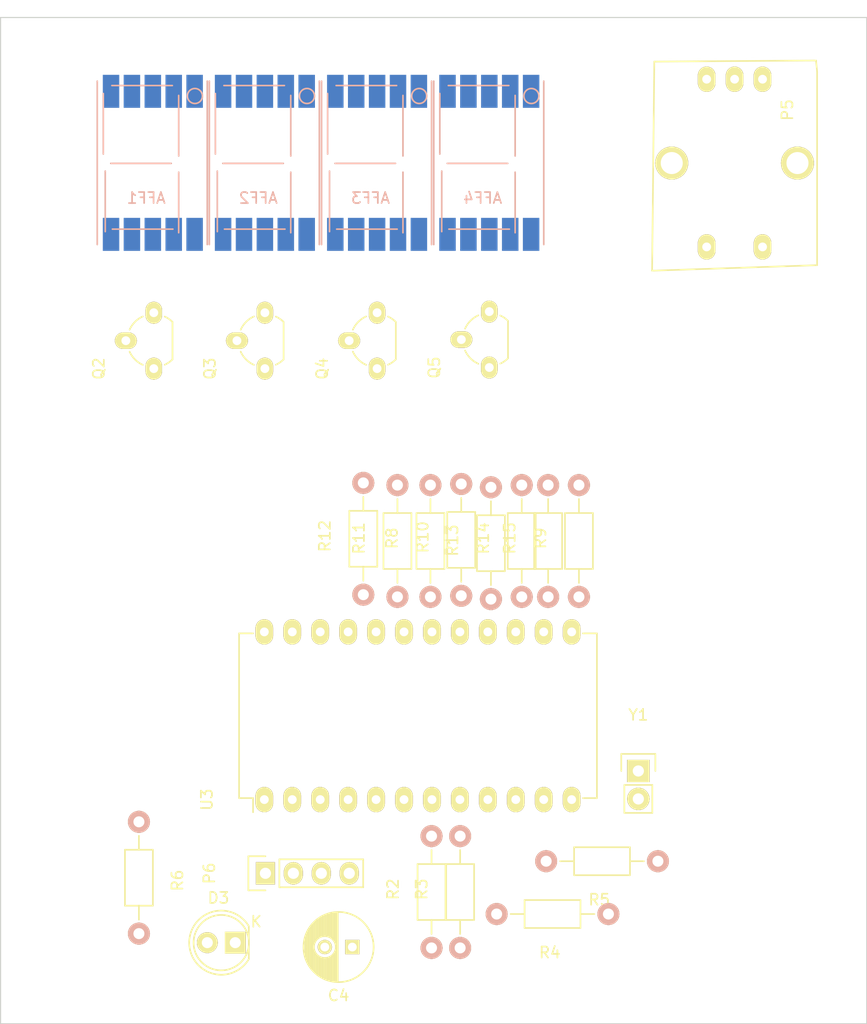
<source format=kicad_pcb>
(kicad_pcb (version 4) (host pcbnew 4.0.2-1.fc23-product)

  (general
    (links 79)
    (no_connects 79)
    (area 107.95151 39.543 176.106001 120.971571)
    (thickness 1.6)
    (drawings 4)
    (tracks 0)
    (zones 0)
    (modules 27)
    (nets 39)
  )

  (page A4)
  (layers
    (0 F.Cu signal)
    (31 B.Cu signal)
    (32 B.Adhes user)
    (33 F.Adhes user)
    (34 B.Paste user)
    (35 F.Paste user)
    (36 B.SilkS user)
    (37 F.SilkS user)
    (38 B.Mask user)
    (39 F.Mask user)
    (40 Dwgs.User user)
    (41 Cmts.User user)
    (42 Eco1.User user)
    (43 Eco2.User user)
    (44 Edge.Cuts user)
    (45 Margin user)
    (46 B.CrtYd user)
    (47 F.CrtYd user)
    (48 B.Fab user)
    (49 F.Fab user)
  )

  (setup
    (last_trace_width 0.25)
    (trace_clearance 0.2)
    (zone_clearance 0.508)
    (zone_45_only no)
    (trace_min 0.2)
    (segment_width 0.2)
    (edge_width 0.1)
    (via_size 0.6)
    (via_drill 0.4)
    (via_min_size 0.4)
    (via_min_drill 0.3)
    (uvia_size 0.3)
    (uvia_drill 0.1)
    (uvias_allowed no)
    (uvia_min_size 0.2)
    (uvia_min_drill 0.1)
    (pcb_text_width 0.3)
    (pcb_text_size 1.5 1.5)
    (mod_edge_width 0.15)
    (mod_text_size 1 1)
    (mod_text_width 0.15)
    (pad_size 1.5 1.5)
    (pad_drill 0.6)
    (pad_to_mask_clearance 0)
    (aux_axis_origin 0 0)
    (visible_elements FFFFFF7F)
    (pcbplotparams
      (layerselection 0x00030_80000001)
      (usegerberextensions false)
      (excludeedgelayer true)
      (linewidth 0.100000)
      (plotframeref false)
      (viasonmask false)
      (mode 1)
      (useauxorigin false)
      (hpglpennumber 1)
      (hpglpenspeed 20)
      (hpglpendiameter 15)
      (hpglpenoverlay 2)
      (psnegative false)
      (psa4output false)
      (plotreference true)
      (plotvalue true)
      (plotinvisibletext false)
      (padsonsilk false)
      (subtractmaskfromsilk false)
      (outputformat 1)
      (mirror false)
      (drillshape 1)
      (scaleselection 1)
      (outputdirectory ""))
  )

  (net 0 "")
  (net 1 "Net-(AFF1-Pad3)")
  (net 2 "Net-(AFF1-Pad2)")
  (net 3 "Net-(AFF1-Pad1)")
  (net 4 "Net-(AFF1-Pad4)")
  (net 5 "Net-(AFF1-Pad5)")
  (net 6 "Net-(AFF1-Pad6)")
  (net 7 "Net-(AFF1-Pad7)")
  (net 8 "Net-(AFF1-Pad9)")
  (net 9 "Net-(AFF1-Pad10)")
  (net 10 "Net-(AFF2-Pad3)")
  (net 11 "Net-(AFF3-Pad3)")
  (net 12 "Net-(AFF4-Pad3)")
  (net 13 GND)
  (net 14 +5V)
  (net 15 "Net-(D3-Pad2)")
  (net 16 "Net-(P5-Pad1)")
  (net 17 "Net-(P5-Pad3)")
  (net 18 "Net-(P5-Pad4)")
  (net 19 "Net-(P6-Pad1)")
  (net 20 "Net-(P6-Pad2)")
  (net 21 "Net-(Q2-Pad2)")
  (net 22 VCC)
  (net 23 "Net-(Q3-Pad2)")
  (net 24 "Net-(Q4-Pad2)")
  (net 25 "Net-(Q5-Pad2)")
  (net 26 "Net-(R2-Pad2)")
  (net 27 "Net-(R3-Pad2)")
  (net 28 "Net-(R4-Pad2)")
  (net 29 "Net-(R5-Pad2)")
  (net 30 "Net-(R8-Pad1)")
  (net 31 "Net-(R9-Pad1)")
  (net 32 "Net-(R10-Pad1)")
  (net 33 "Net-(R11-Pad1)")
  (net 34 /SEG1)
  (net 35 /SEG2)
  (net 36 /SEG3)
  (net 37 /SEG4)
  (net 38 "Net-(U3-Pad12)")

  (net_class Default "This is the default net class."
    (clearance 0.2)
    (trace_width 0.25)
    (via_dia 0.6)
    (via_drill 0.4)
    (uvia_dia 0.3)
    (uvia_drill 0.1)
    (add_net +5V)
    (add_net /SEG1)
    (add_net /SEG2)
    (add_net /SEG3)
    (add_net /SEG4)
    (add_net GND)
    (add_net "Net-(AFF1-Pad1)")
    (add_net "Net-(AFF1-Pad10)")
    (add_net "Net-(AFF1-Pad2)")
    (add_net "Net-(AFF1-Pad3)")
    (add_net "Net-(AFF1-Pad4)")
    (add_net "Net-(AFF1-Pad5)")
    (add_net "Net-(AFF1-Pad6)")
    (add_net "Net-(AFF1-Pad7)")
    (add_net "Net-(AFF1-Pad9)")
    (add_net "Net-(AFF2-Pad3)")
    (add_net "Net-(AFF3-Pad3)")
    (add_net "Net-(AFF4-Pad3)")
    (add_net "Net-(D3-Pad2)")
    (add_net "Net-(P5-Pad1)")
    (add_net "Net-(P5-Pad3)")
    (add_net "Net-(P5-Pad4)")
    (add_net "Net-(P6-Pad1)")
    (add_net "Net-(P6-Pad2)")
    (add_net "Net-(Q2-Pad2)")
    (add_net "Net-(Q3-Pad2)")
    (add_net "Net-(Q4-Pad2)")
    (add_net "Net-(Q5-Pad2)")
    (add_net "Net-(R10-Pad1)")
    (add_net "Net-(R11-Pad1)")
    (add_net "Net-(R2-Pad2)")
    (add_net "Net-(R3-Pad2)")
    (add_net "Net-(R4-Pad2)")
    (add_net "Net-(R5-Pad2)")
    (add_net "Net-(R8-Pad1)")
    (add_net "Net-(R9-Pad1)")
    (add_net "Net-(U3-Pad12)")
    (add_net VCC)
  )

  (module 7SEG-533U:7SEGMENT-LED__HDSM531_HDSM533_SMD (layer B.Cu) (tedit 57EEDD2E) (tstamp 57EEEDFB)
    (at 117.983 48.768)
    (path /57F63C72)
    (attr smd)
    (fp_text reference AFF1 (at -0.6 3.2) (layer B.SilkS)
      (effects (font (size 1 1) (thickness 0.15)) (justify mirror))
    )
    (fp_text value 7SEGMENTS (at 0.025 -13.95) (layer B.Fab)
      (effects (font (size 1 1) (thickness 0.15)) (justify mirror))
    )
    (fp_circle (center 3.825 -6.075) (end 3.925 -6.75) (layer B.SilkS) (width 0.15))
    (fp_line (start 2.35 -6.125) (end 2.35 -0.625) (layer B.SilkS) (width 0.15))
    (fp_line (start -4.5 -6.3) (end -4.5 -0.8) (layer B.SilkS) (width 0.15))
    (fp_line (start -4.325 0.75) (end -4.325 6.25) (layer B.SilkS) (width 0.15))
    (fp_line (start 2.35 0.85) (end 2.35 6.35) (layer B.SilkS) (width 0.15))
    (fp_line (start -3.675 6.025) (end 1.825 6.025) (layer B.SilkS) (width 0.15))
    (fp_line (start -3.825 0.05) (end 1.675 0.05) (layer B.SilkS) (width 0.15))
    (fp_line (start -3.725 -7.025) (end 1.775 -7.025) (layer B.SilkS) (width 0.15))
    (fp_line (start 4.95 -7.425) (end 4.95 7.425) (layer B.SilkS) (width 0.15))
    (fp_line (start -5.05 7.425) (end -5.05 -7.425) (layer B.SilkS) (width 0.15))
    (pad 3 smd rect (at 0 -6.5) (size 1.5 3) (layers B.Cu B.Paste B.Mask)
      (net 1 "Net-(AFF1-Pad3)") (solder_paste_margin -0.2))
    (pad 2 smd rect (at -1.9 -6.5) (size 1.5 3) (layers B.Cu B.Paste B.Mask)
      (net 2 "Net-(AFF1-Pad2)") (solder_paste_margin -0.2))
    (pad 1 smd rect (at -3.8 -6.5) (size 1.5 3) (layers B.Cu B.Paste B.Mask)
      (net 3 "Net-(AFF1-Pad1)") (solder_paste_margin -0.2))
    (pad 4 smd rect (at 1.9 -6.5) (size 1.5 3) (layers B.Cu B.Paste B.Mask)
      (net 4 "Net-(AFF1-Pad4)") (solder_paste_margin -0.2))
    (pad 5 smd rect (at 3.8 -6.5) (size 1.5 3) (layers B.Cu B.Paste B.Mask)
      (net 5 "Net-(AFF1-Pad5)") (solder_paste_margin -0.2))
    (pad 6 smd rect (at 3.8 6.5) (size 1.5 3) (layers B.Cu B.Paste B.Mask)
      (net 6 "Net-(AFF1-Pad6)") (solder_paste_margin -0.2))
    (pad 7 smd rect (at 1.9 6.5) (size 1.5 3) (layers B.Cu B.Paste B.Mask)
      (net 7 "Net-(AFF1-Pad7)") (solder_paste_margin -0.2))
    (pad 8 smd rect (at 0 6.5) (size 1.5 3) (layers B.Cu B.Paste B.Mask)
      (net 1 "Net-(AFF1-Pad3)") (solder_paste_margin -0.2))
    (pad 9 smd rect (at -1.9 6.5) (size 1.5 3) (layers B.Cu B.Paste B.Mask)
      (net 8 "Net-(AFF1-Pad9)") (solder_paste_margin -0.2))
    (pad 10 smd rect (at -3.8 6.5) (size 1.5 3) (layers B.Cu B.Paste B.Mask)
      (net 9 "Net-(AFF1-Pad10)") (solder_paste_margin -0.2))
    (model Displays_7-Segment.3dshapes/7SEGMENT-LED__HDSM531_HDSM533_SMD.wrl
      (at (xyz 0 0 0))
      (scale (xyz 0.3937 0.3937 0.3937))
      (rotate (xyz 0 0 0))
    )
  )

  (module 7SEG-533U:7SEGMENT-LED__HDSM531_HDSM533_SMD (layer B.Cu) (tedit 57EEDD2E) (tstamp 57EEEE09)
    (at 128.171 48.768)
    (path /57F63C78)
    (attr smd)
    (fp_text reference AFF2 (at -0.6 3.2) (layer B.SilkS)
      (effects (font (size 1 1) (thickness 0.15)) (justify mirror))
    )
    (fp_text value 7SEGMENTS (at 0.025 -13.95) (layer B.Fab)
      (effects (font (size 1 1) (thickness 0.15)) (justify mirror))
    )
    (fp_circle (center 3.825 -6.075) (end 3.925 -6.75) (layer B.SilkS) (width 0.15))
    (fp_line (start 2.35 -6.125) (end 2.35 -0.625) (layer B.SilkS) (width 0.15))
    (fp_line (start -4.5 -6.3) (end -4.5 -0.8) (layer B.SilkS) (width 0.15))
    (fp_line (start -4.325 0.75) (end -4.325 6.25) (layer B.SilkS) (width 0.15))
    (fp_line (start 2.35 0.85) (end 2.35 6.35) (layer B.SilkS) (width 0.15))
    (fp_line (start -3.675 6.025) (end 1.825 6.025) (layer B.SilkS) (width 0.15))
    (fp_line (start -3.825 0.05) (end 1.675 0.05) (layer B.SilkS) (width 0.15))
    (fp_line (start -3.725 -7.025) (end 1.775 -7.025) (layer B.SilkS) (width 0.15))
    (fp_line (start 4.95 -7.425) (end 4.95 7.425) (layer B.SilkS) (width 0.15))
    (fp_line (start -5.05 7.425) (end -5.05 -7.425) (layer B.SilkS) (width 0.15))
    (pad 3 smd rect (at 0 -6.5) (size 1.5 3) (layers B.Cu B.Paste B.Mask)
      (net 10 "Net-(AFF2-Pad3)") (solder_paste_margin -0.2))
    (pad 2 smd rect (at -1.9 -6.5) (size 1.5 3) (layers B.Cu B.Paste B.Mask)
      (net 2 "Net-(AFF1-Pad2)") (solder_paste_margin -0.2))
    (pad 1 smd rect (at -3.8 -6.5) (size 1.5 3) (layers B.Cu B.Paste B.Mask)
      (net 3 "Net-(AFF1-Pad1)") (solder_paste_margin -0.2))
    (pad 4 smd rect (at 1.9 -6.5) (size 1.5 3) (layers B.Cu B.Paste B.Mask)
      (net 4 "Net-(AFF1-Pad4)") (solder_paste_margin -0.2))
    (pad 5 smd rect (at 3.8 -6.5) (size 1.5 3) (layers B.Cu B.Paste B.Mask)
      (net 5 "Net-(AFF1-Pad5)") (solder_paste_margin -0.2))
    (pad 6 smd rect (at 3.8 6.5) (size 1.5 3) (layers B.Cu B.Paste B.Mask)
      (net 6 "Net-(AFF1-Pad6)") (solder_paste_margin -0.2))
    (pad 7 smd rect (at 1.9 6.5) (size 1.5 3) (layers B.Cu B.Paste B.Mask)
      (net 7 "Net-(AFF1-Pad7)") (solder_paste_margin -0.2))
    (pad 8 smd rect (at 0 6.5) (size 1.5 3) (layers B.Cu B.Paste B.Mask)
      (net 10 "Net-(AFF2-Pad3)") (solder_paste_margin -0.2))
    (pad 9 smd rect (at -1.9 6.5) (size 1.5 3) (layers B.Cu B.Paste B.Mask)
      (net 8 "Net-(AFF1-Pad9)") (solder_paste_margin -0.2))
    (pad 10 smd rect (at -3.8 6.5) (size 1.5 3) (layers B.Cu B.Paste B.Mask)
      (net 9 "Net-(AFF1-Pad10)") (solder_paste_margin -0.2))
    (model Displays_7-Segment.3dshapes/7SEGMENT-LED__HDSM531_HDSM533_SMD.wrl
      (at (xyz 0 0 0))
      (scale (xyz 0.3937 0.3937 0.3937))
      (rotate (xyz 0 0 0))
    )
  )

  (module 7SEG-533U:7SEGMENT-LED__HDSM531_HDSM533_SMD (layer B.Cu) (tedit 57EEDD2E) (tstamp 57EEEE17)
    (at 138.371 48.768)
    (path /57F63C7E)
    (attr smd)
    (fp_text reference AFF3 (at -0.6 3.2) (layer B.SilkS)
      (effects (font (size 1 1) (thickness 0.15)) (justify mirror))
    )
    (fp_text value 7SEGMENTS (at 0.025 -13.95) (layer B.Fab)
      (effects (font (size 1 1) (thickness 0.15)) (justify mirror))
    )
    (fp_circle (center 3.825 -6.075) (end 3.925 -6.75) (layer B.SilkS) (width 0.15))
    (fp_line (start 2.35 -6.125) (end 2.35 -0.625) (layer B.SilkS) (width 0.15))
    (fp_line (start -4.5 -6.3) (end -4.5 -0.8) (layer B.SilkS) (width 0.15))
    (fp_line (start -4.325 0.75) (end -4.325 6.25) (layer B.SilkS) (width 0.15))
    (fp_line (start 2.35 0.85) (end 2.35 6.35) (layer B.SilkS) (width 0.15))
    (fp_line (start -3.675 6.025) (end 1.825 6.025) (layer B.SilkS) (width 0.15))
    (fp_line (start -3.825 0.05) (end 1.675 0.05) (layer B.SilkS) (width 0.15))
    (fp_line (start -3.725 -7.025) (end 1.775 -7.025) (layer B.SilkS) (width 0.15))
    (fp_line (start 4.95 -7.425) (end 4.95 7.425) (layer B.SilkS) (width 0.15))
    (fp_line (start -5.05 7.425) (end -5.05 -7.425) (layer B.SilkS) (width 0.15))
    (pad 3 smd rect (at 0 -6.5) (size 1.5 3) (layers B.Cu B.Paste B.Mask)
      (net 11 "Net-(AFF3-Pad3)") (solder_paste_margin -0.2))
    (pad 2 smd rect (at -1.9 -6.5) (size 1.5 3) (layers B.Cu B.Paste B.Mask)
      (net 2 "Net-(AFF1-Pad2)") (solder_paste_margin -0.2))
    (pad 1 smd rect (at -3.8 -6.5) (size 1.5 3) (layers B.Cu B.Paste B.Mask)
      (net 3 "Net-(AFF1-Pad1)") (solder_paste_margin -0.2))
    (pad 4 smd rect (at 1.9 -6.5) (size 1.5 3) (layers B.Cu B.Paste B.Mask)
      (net 4 "Net-(AFF1-Pad4)") (solder_paste_margin -0.2))
    (pad 5 smd rect (at 3.8 -6.5) (size 1.5 3) (layers B.Cu B.Paste B.Mask)
      (net 5 "Net-(AFF1-Pad5)") (solder_paste_margin -0.2))
    (pad 6 smd rect (at 3.8 6.5) (size 1.5 3) (layers B.Cu B.Paste B.Mask)
      (net 6 "Net-(AFF1-Pad6)") (solder_paste_margin -0.2))
    (pad 7 smd rect (at 1.9 6.5) (size 1.5 3) (layers B.Cu B.Paste B.Mask)
      (net 7 "Net-(AFF1-Pad7)") (solder_paste_margin -0.2))
    (pad 8 smd rect (at 0 6.5) (size 1.5 3) (layers B.Cu B.Paste B.Mask)
      (net 11 "Net-(AFF3-Pad3)") (solder_paste_margin -0.2))
    (pad 9 smd rect (at -1.9 6.5) (size 1.5 3) (layers B.Cu B.Paste B.Mask)
      (net 8 "Net-(AFF1-Pad9)") (solder_paste_margin -0.2))
    (pad 10 smd rect (at -3.8 6.5) (size 1.5 3) (layers B.Cu B.Paste B.Mask)
      (net 9 "Net-(AFF1-Pad10)") (solder_paste_margin -0.2))
    (model Displays_7-Segment.3dshapes/7SEGMENT-LED__HDSM531_HDSM533_SMD.wrl
      (at (xyz 0 0 0))
      (scale (xyz 0.3937 0.3937 0.3937))
      (rotate (xyz 0 0 0))
    )
  )

  (module 7SEG-533U:7SEGMENT-LED__HDSM531_HDSM533_SMD (layer B.Cu) (tedit 57EEDD2E) (tstamp 57EEEE25)
    (at 148.571 48.768)
    (path /57F63C84)
    (attr smd)
    (fp_text reference AFF4 (at -0.6 3.2) (layer B.SilkS)
      (effects (font (size 1 1) (thickness 0.15)) (justify mirror))
    )
    (fp_text value 7SEGMENTS (at 0.025 -13.95) (layer B.Fab)
      (effects (font (size 1 1) (thickness 0.15)) (justify mirror))
    )
    (fp_circle (center 3.825 -6.075) (end 3.925 -6.75) (layer B.SilkS) (width 0.15))
    (fp_line (start 2.35 -6.125) (end 2.35 -0.625) (layer B.SilkS) (width 0.15))
    (fp_line (start -4.5 -6.3) (end -4.5 -0.8) (layer B.SilkS) (width 0.15))
    (fp_line (start -4.325 0.75) (end -4.325 6.25) (layer B.SilkS) (width 0.15))
    (fp_line (start 2.35 0.85) (end 2.35 6.35) (layer B.SilkS) (width 0.15))
    (fp_line (start -3.675 6.025) (end 1.825 6.025) (layer B.SilkS) (width 0.15))
    (fp_line (start -3.825 0.05) (end 1.675 0.05) (layer B.SilkS) (width 0.15))
    (fp_line (start -3.725 -7.025) (end 1.775 -7.025) (layer B.SilkS) (width 0.15))
    (fp_line (start 4.95 -7.425) (end 4.95 7.425) (layer B.SilkS) (width 0.15))
    (fp_line (start -5.05 7.425) (end -5.05 -7.425) (layer B.SilkS) (width 0.15))
    (pad 3 smd rect (at 0 -6.5) (size 1.5 3) (layers B.Cu B.Paste B.Mask)
      (net 12 "Net-(AFF4-Pad3)") (solder_paste_margin -0.2))
    (pad 2 smd rect (at -1.9 -6.5) (size 1.5 3) (layers B.Cu B.Paste B.Mask)
      (net 2 "Net-(AFF1-Pad2)") (solder_paste_margin -0.2))
    (pad 1 smd rect (at -3.8 -6.5) (size 1.5 3) (layers B.Cu B.Paste B.Mask)
      (net 3 "Net-(AFF1-Pad1)") (solder_paste_margin -0.2))
    (pad 4 smd rect (at 1.9 -6.5) (size 1.5 3) (layers B.Cu B.Paste B.Mask)
      (net 4 "Net-(AFF1-Pad4)") (solder_paste_margin -0.2))
    (pad 5 smd rect (at 3.8 -6.5) (size 1.5 3) (layers B.Cu B.Paste B.Mask)
      (net 5 "Net-(AFF1-Pad5)") (solder_paste_margin -0.2))
    (pad 6 smd rect (at 3.8 6.5) (size 1.5 3) (layers B.Cu B.Paste B.Mask)
      (net 6 "Net-(AFF1-Pad6)") (solder_paste_margin -0.2))
    (pad 7 smd rect (at 1.9 6.5) (size 1.5 3) (layers B.Cu B.Paste B.Mask)
      (net 7 "Net-(AFF1-Pad7)") (solder_paste_margin -0.2))
    (pad 8 smd rect (at 0 6.5) (size 1.5 3) (layers B.Cu B.Paste B.Mask)
      (net 12 "Net-(AFF4-Pad3)") (solder_paste_margin -0.2))
    (pad 9 smd rect (at -1.9 6.5) (size 1.5 3) (layers B.Cu B.Paste B.Mask)
      (net 8 "Net-(AFF1-Pad9)") (solder_paste_margin -0.2))
    (pad 10 smd rect (at -3.8 6.5) (size 1.5 3) (layers B.Cu B.Paste B.Mask)
      (net 9 "Net-(AFF1-Pad10)") (solder_paste_margin -0.2))
    (model Displays_7-Segment.3dshapes/7SEGMENT-LED__HDSM531_HDSM533_SMD.wrl
      (at (xyz 0 0 0))
      (scale (xyz 0.3937 0.3937 0.3937))
      (rotate (xyz 0 0 0))
    )
  )

  (module Capacitors_ThroughHole:C_Radial_D6.3_L11.2_P2.5 (layer F.Cu) (tedit 0) (tstamp 57EEEE3D)
    (at 136.119 120.032 180)
    (descr "Radial Electrolytic Capacitor, Diameter 6.3mm x Length 11.2mm, Pitch 2.5mm")
    (tags "Electrolytic Capacitor")
    (path /57F3C5A8)
    (fp_text reference C4 (at 1.25 -4.4 180) (layer F.SilkS)
      (effects (font (size 1 1) (thickness 0.15)))
    )
    (fp_text value 220u (at 1.25 4.4 180) (layer F.Fab)
      (effects (font (size 1 1) (thickness 0.15)))
    )
    (fp_line (start 1.325 -3.149) (end 1.325 3.149) (layer F.SilkS) (width 0.15))
    (fp_line (start 1.465 -3.143) (end 1.465 3.143) (layer F.SilkS) (width 0.15))
    (fp_line (start 1.605 -3.13) (end 1.605 -0.446) (layer F.SilkS) (width 0.15))
    (fp_line (start 1.605 0.446) (end 1.605 3.13) (layer F.SilkS) (width 0.15))
    (fp_line (start 1.745 -3.111) (end 1.745 -0.656) (layer F.SilkS) (width 0.15))
    (fp_line (start 1.745 0.656) (end 1.745 3.111) (layer F.SilkS) (width 0.15))
    (fp_line (start 1.885 -3.085) (end 1.885 -0.789) (layer F.SilkS) (width 0.15))
    (fp_line (start 1.885 0.789) (end 1.885 3.085) (layer F.SilkS) (width 0.15))
    (fp_line (start 2.025 -3.053) (end 2.025 -0.88) (layer F.SilkS) (width 0.15))
    (fp_line (start 2.025 0.88) (end 2.025 3.053) (layer F.SilkS) (width 0.15))
    (fp_line (start 2.165 -3.014) (end 2.165 -0.942) (layer F.SilkS) (width 0.15))
    (fp_line (start 2.165 0.942) (end 2.165 3.014) (layer F.SilkS) (width 0.15))
    (fp_line (start 2.305 -2.968) (end 2.305 -0.981) (layer F.SilkS) (width 0.15))
    (fp_line (start 2.305 0.981) (end 2.305 2.968) (layer F.SilkS) (width 0.15))
    (fp_line (start 2.445 -2.915) (end 2.445 -0.998) (layer F.SilkS) (width 0.15))
    (fp_line (start 2.445 0.998) (end 2.445 2.915) (layer F.SilkS) (width 0.15))
    (fp_line (start 2.585 -2.853) (end 2.585 -0.996) (layer F.SilkS) (width 0.15))
    (fp_line (start 2.585 0.996) (end 2.585 2.853) (layer F.SilkS) (width 0.15))
    (fp_line (start 2.725 -2.783) (end 2.725 -0.974) (layer F.SilkS) (width 0.15))
    (fp_line (start 2.725 0.974) (end 2.725 2.783) (layer F.SilkS) (width 0.15))
    (fp_line (start 2.865 -2.704) (end 2.865 -0.931) (layer F.SilkS) (width 0.15))
    (fp_line (start 2.865 0.931) (end 2.865 2.704) (layer F.SilkS) (width 0.15))
    (fp_line (start 3.005 -2.616) (end 3.005 -0.863) (layer F.SilkS) (width 0.15))
    (fp_line (start 3.005 0.863) (end 3.005 2.616) (layer F.SilkS) (width 0.15))
    (fp_line (start 3.145 -2.516) (end 3.145 -0.764) (layer F.SilkS) (width 0.15))
    (fp_line (start 3.145 0.764) (end 3.145 2.516) (layer F.SilkS) (width 0.15))
    (fp_line (start 3.285 -2.404) (end 3.285 -0.619) (layer F.SilkS) (width 0.15))
    (fp_line (start 3.285 0.619) (end 3.285 2.404) (layer F.SilkS) (width 0.15))
    (fp_line (start 3.425 -2.279) (end 3.425 -0.38) (layer F.SilkS) (width 0.15))
    (fp_line (start 3.425 0.38) (end 3.425 2.279) (layer F.SilkS) (width 0.15))
    (fp_line (start 3.565 -2.136) (end 3.565 2.136) (layer F.SilkS) (width 0.15))
    (fp_line (start 3.705 -1.974) (end 3.705 1.974) (layer F.SilkS) (width 0.15))
    (fp_line (start 3.845 -1.786) (end 3.845 1.786) (layer F.SilkS) (width 0.15))
    (fp_line (start 3.985 -1.563) (end 3.985 1.563) (layer F.SilkS) (width 0.15))
    (fp_line (start 4.125 -1.287) (end 4.125 1.287) (layer F.SilkS) (width 0.15))
    (fp_line (start 4.265 -0.912) (end 4.265 0.912) (layer F.SilkS) (width 0.15))
    (fp_circle (center 2.5 0) (end 2.5 -1) (layer F.SilkS) (width 0.15))
    (fp_circle (center 1.25 0) (end 1.25 -3.1875) (layer F.SilkS) (width 0.15))
    (fp_circle (center 1.25 0) (end 1.25 -3.4) (layer F.CrtYd) (width 0.05))
    (pad 2 thru_hole circle (at 2.5 0 180) (size 1.3 1.3) (drill 0.8) (layers *.Cu *.Mask F.SilkS)
      (net 13 GND))
    (pad 1 thru_hole rect (at 0 0 180) (size 1.3 1.3) (drill 0.8) (layers *.Cu *.Mask F.SilkS)
      (net 14 +5V))
    (model Capacitors_ThroughHole.3dshapes/C_Radial_D6.3_L11.2_P2.5.wrl
      (at (xyz 0 0 0))
      (scale (xyz 1 1 1))
      (rotate (xyz 0 0 0))
    )
  )

  (module LEDs:LED-5MM (layer F.Cu) (tedit 5570F7EA) (tstamp 57EEEE4F)
    (at 125.476 119.634 180)
    (descr "LED 5mm round vertical")
    (tags "LED 5mm round vertical")
    (path /57F63C11)
    (fp_text reference D3 (at 1.524 4.064 180) (layer F.SilkS)
      (effects (font (size 1 1) (thickness 0.15)))
    )
    (fp_text value LED (at 1.524 -3.937 180) (layer F.Fab)
      (effects (font (size 1 1) (thickness 0.15)))
    )
    (fp_line (start -1.5 -1.55) (end -1.5 1.55) (layer F.CrtYd) (width 0.05))
    (fp_arc (start 1.3 0) (end -1.5 1.55) (angle -302) (layer F.CrtYd) (width 0.05))
    (fp_arc (start 1.27 0) (end -1.23 -1.5) (angle 297.5) (layer F.SilkS) (width 0.15))
    (fp_line (start -1.23 1.5) (end -1.23 -1.5) (layer F.SilkS) (width 0.15))
    (fp_circle (center 1.27 0) (end 0.97 -2.5) (layer F.SilkS) (width 0.15))
    (fp_text user K (at -1.905 1.905 180) (layer F.SilkS)
      (effects (font (size 1 1) (thickness 0.15)))
    )
    (pad 1 thru_hole rect (at 0 0 270) (size 2 1.9) (drill 1.00076) (layers *.Cu *.Mask F.SilkS)
      (net 14 +5V))
    (pad 2 thru_hole circle (at 2.54 0 180) (size 1.9 1.9) (drill 1.00076) (layers *.Cu *.Mask F.SilkS)
      (net 15 "Net-(D3-Pad2)"))
    (model LEDs.3dshapes/LED-5MM.wrl
      (at (xyz 0.05 0 0))
      (scale (xyz 1 1 1))
      (rotate (xyz 0 0 90))
    )
  )

  (module libs:ROT_ENC_DIP-6_W15.24mm_LongPads (layer F.Cu) (tedit 57EEEBFE) (tstamp 57EEEE7D)
    (at 170.871 41.168 270)
    (descr "24-lead dip package, row spacing 15.24 mm (600 mils), longer pads")
    (tags "dil dip 2.54 600")
    (path /57EEF571)
    (fp_text reference P5 (at 2.8 -4.8 270) (layer F.SilkS)
      (effects (font (size 1 1) (thickness 0.15)))
    )
    (fp_text value CONN_01X05 (at 6.3 3.7 270) (layer F.Fab)
      (effects (font (size 1 1) (thickness 0.15)))
    )
    (fp_line (start -0.7 -7.5) (end 16.9 -7.5) (layer F.SilkS) (width 0.15))
    (fp_line (start 16.9 -7.5) (end 17.4 7.5) (layer F.SilkS) (width 0.15))
    (fp_line (start 17.4 7.5) (end -1.6 7.3) (layer F.SilkS) (width 0.15))
    (fp_line (start -1.6 7.3) (end -1.7 -7.4) (layer F.SilkS) (width 0.15))
    (fp_line (start -1.7 -7.4) (end -0.7 -7.5) (layer F.SilkS) (width 0.15))
    (pad 1 thru_hole oval (at 0 -2.54 270) (size 2.3 1.6) (drill 0.8) (layers *.Cu *.Mask F.SilkS)
      (net 16 "Net-(P5-Pad1)"))
    (pad 2 thru_hole oval (at 0 0 270) (size 2.3 1.6) (drill 0.8) (layers *.Cu *.Mask F.SilkS)
      (net 13 GND))
    (pad 3 thru_hole oval (at 0 2.54 270) (size 2.3 1.6) (drill 0.8) (layers *.Cu *.Mask F.SilkS)
      (net 17 "Net-(P5-Pad3)"))
    (pad 4 thru_hole oval (at 15.24 2.54 270) (size 2.3 1.6) (drill 0.8) (layers *.Cu *.Mask F.SilkS)
      (net 18 "Net-(P5-Pad4)"))
    (pad 5 thru_hole oval (at 15.24 -2.54 270) (size 2.3 1.6) (drill 0.8) (layers *.Cu *.Mask F.SilkS)
      (net 13 GND))
    (pad "" thru_hole circle (at 7.62 -5.715 270) (size 3 3) (drill 2) (layers *.Cu *.Mask F.SilkS))
    (pad 1 thru_hole circle (at 7.62 5.715 270) (size 3 3) (drill 2) (layers *.Cu *.Mask F.SilkS)
      (net 16 "Net-(P5-Pad1)"))
    (model Housings_DIP.3dshapes/DIP-24_W15.24mm_LongPads.wrl
      (at (xyz 0 0 0))
      (scale (xyz 1 1 1))
      (rotate (xyz 0 0 0))
    )
  )

  (module Pin_Headers:Pin_Header_Straight_1x04 (layer F.Cu) (tedit 0) (tstamp 57EEEE85)
    (at 128.219 113.332 90)
    (descr "Through hole pin header")
    (tags "pin header")
    (path /57F7B3A7)
    (fp_text reference P6 (at 0 -5.1 90) (layer F.SilkS)
      (effects (font (size 1 1) (thickness 0.15)))
    )
    (fp_text value CONN_01X04 (at 0 -3.1 90) (layer F.Fab)
      (effects (font (size 1 1) (thickness 0.15)))
    )
    (fp_line (start -1.75 -1.75) (end -1.75 9.4) (layer F.CrtYd) (width 0.05))
    (fp_line (start 1.75 -1.75) (end 1.75 9.4) (layer F.CrtYd) (width 0.05))
    (fp_line (start -1.75 -1.75) (end 1.75 -1.75) (layer F.CrtYd) (width 0.05))
    (fp_line (start -1.75 9.4) (end 1.75 9.4) (layer F.CrtYd) (width 0.05))
    (fp_line (start -1.27 1.27) (end -1.27 8.89) (layer F.SilkS) (width 0.15))
    (fp_line (start 1.27 1.27) (end 1.27 8.89) (layer F.SilkS) (width 0.15))
    (fp_line (start 1.55 -1.55) (end 1.55 0) (layer F.SilkS) (width 0.15))
    (fp_line (start -1.27 8.89) (end 1.27 8.89) (layer F.SilkS) (width 0.15))
    (fp_line (start 1.27 1.27) (end -1.27 1.27) (layer F.SilkS) (width 0.15))
    (fp_line (start -1.55 0) (end -1.55 -1.55) (layer F.SilkS) (width 0.15))
    (fp_line (start -1.55 -1.55) (end 1.55 -1.55) (layer F.SilkS) (width 0.15))
    (pad 1 thru_hole rect (at 0 0 90) (size 2.032 1.7272) (drill 1.016) (layers *.Cu *.Mask F.SilkS)
      (net 19 "Net-(P6-Pad1)"))
    (pad 2 thru_hole oval (at 0 2.54 90) (size 2.032 1.7272) (drill 1.016) (layers *.Cu *.Mask F.SilkS)
      (net 20 "Net-(P6-Pad2)"))
    (pad 3 thru_hole oval (at 0 5.08 90) (size 2.032 1.7272) (drill 1.016) (layers *.Cu *.Mask F.SilkS)
      (net 13 GND))
    (pad 4 thru_hole oval (at 0 7.62 90) (size 2.032 1.7272) (drill 1.016) (layers *.Cu *.Mask F.SilkS)
      (net 14 +5V))
    (model Pin_Headers.3dshapes/Pin_Header_Straight_1x04.wrl
      (at (xyz 0 -0.15 0))
      (scale (xyz 1 1 1))
      (rotate (xyz 0 0 90))
    )
  )

  (module TO_SOT_Packages_THT:TO-92_Molded_Wide_Oval (layer F.Cu) (tedit 54F243F6) (tstamp 57EEEE93)
    (at 118.071 67.468 90)
    (descr "TO-92 leads molded, wide, oval pads, drill 0.8mm (see NXP sot054_po.pdf)")
    (tags "to-92 sc-43 sc-43a sot54 PA33 transistor")
    (path /57F63D5A)
    (fp_text reference Q2 (at 0 -5 90) (layer F.SilkS)
      (effects (font (size 1 1) (thickness 0.15)))
    )
    (fp_text value BC547 (at 0 3 90) (layer F.Fab)
      (effects (font (size 1 1) (thickness 0.15)))
    )
    (fp_arc (start 2.54 0) (end 0.34 -1) (angle 41.11209044) (layer F.SilkS) (width 0.15))
    (fp_arc (start 2.54 0) (end 4.74 -1) (angle -41.11210221) (layer F.SilkS) (width 0.15))
    (fp_arc (start 2.54 0) (end 0.84 1.7) (angle 20.5) (layer F.SilkS) (width 0.15))
    (fp_arc (start 2.54 0) (end 4.24 1.7) (angle -20.5) (layer F.SilkS) (width 0.15))
    (fp_line (start -1.25 1.95) (end -1.25 -3.8) (layer F.CrtYd) (width 0.05))
    (fp_line (start -1.25 1.95) (end 6.35 1.95) (layer F.CrtYd) (width 0.05))
    (fp_line (start 0.84 1.7) (end 4.24 1.7) (layer F.SilkS) (width 0.15))
    (fp_line (start -1.25 -3.8) (end 6.35 -3.8) (layer F.CrtYd) (width 0.05))
    (fp_line (start 6.35 1.95) (end 6.35 -3.8) (layer F.CrtYd) (width 0.05))
    (pad 2 thru_hole oval (at 2.54 -2.54 180) (size 1.99898 1.50114) (drill 0.8) (layers *.Cu *.Mask F.SilkS)
      (net 21 "Net-(Q2-Pad2)"))
    (pad 1 thru_hole oval (at 0 0 180) (size 1.50114 1.99898) (drill 0.8) (layers *.Cu *.Mask F.SilkS)
      (net 22 VCC))
    (pad 3 thru_hole oval (at 5.08 0 180) (size 1.50114 1.99898) (drill 0.8) (layers *.Cu *.Mask F.SilkS)
      (net 1 "Net-(AFF1-Pad3)"))
    (model TO_SOT_Packages_THT.3dshapes/TO-92_Molded_Wide_Oval.wrl
      (at (xyz 0.1 0 0))
      (scale (xyz 1 1 1))
      (rotate (xyz 0 0 -90))
    )
  )

  (module TO_SOT_Packages_THT:TO-92_Molded_Wide_Oval (layer F.Cu) (tedit 54F243F6) (tstamp 57EEEE9A)
    (at 128.171 67.468 90)
    (descr "TO-92 leads molded, wide, oval pads, drill 0.8mm (see NXP sot054_po.pdf)")
    (tags "to-92 sc-43 sc-43a sot54 PA33 transistor")
    (path /57F63D53)
    (fp_text reference Q3 (at 0 -5 90) (layer F.SilkS)
      (effects (font (size 1 1) (thickness 0.15)))
    )
    (fp_text value BC547 (at 0 3 90) (layer F.Fab)
      (effects (font (size 1 1) (thickness 0.15)))
    )
    (fp_arc (start 2.54 0) (end 0.34 -1) (angle 41.11209044) (layer F.SilkS) (width 0.15))
    (fp_arc (start 2.54 0) (end 4.74 -1) (angle -41.11210221) (layer F.SilkS) (width 0.15))
    (fp_arc (start 2.54 0) (end 0.84 1.7) (angle 20.5) (layer F.SilkS) (width 0.15))
    (fp_arc (start 2.54 0) (end 4.24 1.7) (angle -20.5) (layer F.SilkS) (width 0.15))
    (fp_line (start -1.25 1.95) (end -1.25 -3.8) (layer F.CrtYd) (width 0.05))
    (fp_line (start -1.25 1.95) (end 6.35 1.95) (layer F.CrtYd) (width 0.05))
    (fp_line (start 0.84 1.7) (end 4.24 1.7) (layer F.SilkS) (width 0.15))
    (fp_line (start -1.25 -3.8) (end 6.35 -3.8) (layer F.CrtYd) (width 0.05))
    (fp_line (start 6.35 1.95) (end 6.35 -3.8) (layer F.CrtYd) (width 0.05))
    (pad 2 thru_hole oval (at 2.54 -2.54 180) (size 1.99898 1.50114) (drill 0.8) (layers *.Cu *.Mask F.SilkS)
      (net 23 "Net-(Q3-Pad2)"))
    (pad 1 thru_hole oval (at 0 0 180) (size 1.50114 1.99898) (drill 0.8) (layers *.Cu *.Mask F.SilkS)
      (net 22 VCC))
    (pad 3 thru_hole oval (at 5.08 0 180) (size 1.50114 1.99898) (drill 0.8) (layers *.Cu *.Mask F.SilkS)
      (net 10 "Net-(AFF2-Pad3)"))
    (model TO_SOT_Packages_THT.3dshapes/TO-92_Molded_Wide_Oval.wrl
      (at (xyz 0.1 0 0))
      (scale (xyz 1 1 1))
      (rotate (xyz 0 0 -90))
    )
  )

  (module TO_SOT_Packages_THT:TO-92_Molded_Wide_Oval (layer F.Cu) (tedit 54F243F6) (tstamp 57EEEEA1)
    (at 138.371 67.468 90)
    (descr "TO-92 leads molded, wide, oval pads, drill 0.8mm (see NXP sot054_po.pdf)")
    (tags "to-92 sc-43 sc-43a sot54 PA33 transistor")
    (path /57F63D4A)
    (fp_text reference Q4 (at 0 -5 90) (layer F.SilkS)
      (effects (font (size 1 1) (thickness 0.15)))
    )
    (fp_text value BC547 (at 0 3 90) (layer F.Fab)
      (effects (font (size 1 1) (thickness 0.15)))
    )
    (fp_arc (start 2.54 0) (end 0.34 -1) (angle 41.11209044) (layer F.SilkS) (width 0.15))
    (fp_arc (start 2.54 0) (end 4.74 -1) (angle -41.11210221) (layer F.SilkS) (width 0.15))
    (fp_arc (start 2.54 0) (end 0.84 1.7) (angle 20.5) (layer F.SilkS) (width 0.15))
    (fp_arc (start 2.54 0) (end 4.24 1.7) (angle -20.5) (layer F.SilkS) (width 0.15))
    (fp_line (start -1.25 1.95) (end -1.25 -3.8) (layer F.CrtYd) (width 0.05))
    (fp_line (start -1.25 1.95) (end 6.35 1.95) (layer F.CrtYd) (width 0.05))
    (fp_line (start 0.84 1.7) (end 4.24 1.7) (layer F.SilkS) (width 0.15))
    (fp_line (start -1.25 -3.8) (end 6.35 -3.8) (layer F.CrtYd) (width 0.05))
    (fp_line (start 6.35 1.95) (end 6.35 -3.8) (layer F.CrtYd) (width 0.05))
    (pad 2 thru_hole oval (at 2.54 -2.54 180) (size 1.99898 1.50114) (drill 0.8) (layers *.Cu *.Mask F.SilkS)
      (net 24 "Net-(Q4-Pad2)"))
    (pad 1 thru_hole oval (at 0 0 180) (size 1.50114 1.99898) (drill 0.8) (layers *.Cu *.Mask F.SilkS)
      (net 22 VCC))
    (pad 3 thru_hole oval (at 5.08 0 180) (size 1.50114 1.99898) (drill 0.8) (layers *.Cu *.Mask F.SilkS)
      (net 11 "Net-(AFF3-Pad3)"))
    (model TO_SOT_Packages_THT.3dshapes/TO-92_Molded_Wide_Oval.wrl
      (at (xyz 0.1 0 0))
      (scale (xyz 1 1 1))
      (rotate (xyz 0 0 -90))
    )
  )

  (module TO_SOT_Packages_THT:TO-92_Molded_Wide_Oval (layer F.Cu) (tedit 54F243F6) (tstamp 57EEEEA8)
    (at 148.571 67.368 90)
    (descr "TO-92 leads molded, wide, oval pads, drill 0.8mm (see NXP sot054_po.pdf)")
    (tags "to-92 sc-43 sc-43a sot54 PA33 transistor")
    (path /57F63CFA)
    (fp_text reference Q5 (at 0 -5 90) (layer F.SilkS)
      (effects (font (size 1 1) (thickness 0.15)))
    )
    (fp_text value BC547 (at 0 3 90) (layer F.Fab)
      (effects (font (size 1 1) (thickness 0.15)))
    )
    (fp_arc (start 2.54 0) (end 0.34 -1) (angle 41.11209044) (layer F.SilkS) (width 0.15))
    (fp_arc (start 2.54 0) (end 4.74 -1) (angle -41.11210221) (layer F.SilkS) (width 0.15))
    (fp_arc (start 2.54 0) (end 0.84 1.7) (angle 20.5) (layer F.SilkS) (width 0.15))
    (fp_arc (start 2.54 0) (end 4.24 1.7) (angle -20.5) (layer F.SilkS) (width 0.15))
    (fp_line (start -1.25 1.95) (end -1.25 -3.8) (layer F.CrtYd) (width 0.05))
    (fp_line (start -1.25 1.95) (end 6.35 1.95) (layer F.CrtYd) (width 0.05))
    (fp_line (start 0.84 1.7) (end 4.24 1.7) (layer F.SilkS) (width 0.15))
    (fp_line (start -1.25 -3.8) (end 6.35 -3.8) (layer F.CrtYd) (width 0.05))
    (fp_line (start 6.35 1.95) (end 6.35 -3.8) (layer F.CrtYd) (width 0.05))
    (pad 2 thru_hole oval (at 2.54 -2.54 180) (size 1.99898 1.50114) (drill 0.8) (layers *.Cu *.Mask F.SilkS)
      (net 25 "Net-(Q5-Pad2)"))
    (pad 1 thru_hole oval (at 0 0 180) (size 1.50114 1.99898) (drill 0.8) (layers *.Cu *.Mask F.SilkS)
      (net 22 VCC))
    (pad 3 thru_hole oval (at 5.08 0 180) (size 1.50114 1.99898) (drill 0.8) (layers *.Cu *.Mask F.SilkS)
      (net 12 "Net-(AFF4-Pad3)"))
    (model TO_SOT_Packages_THT.3dshapes/TO-92_Molded_Wide_Oval.wrl
      (at (xyz 0.1 0 0))
      (scale (xyz 1 1 1))
      (rotate (xyz 0 0 -90))
    )
  )

  (module Resistors_ThroughHole:Resistor_Horizontal_RM10mm (layer F.Cu) (tedit 53F56209) (tstamp 57EEEEB4)
    (at 143.319 115.032 90)
    (descr "Resistor, Axial,  RM 10mm, 1/3W,")
    (tags "Resistor, Axial, RM 10mm, 1/3W,")
    (path /57F63D03)
    (fp_text reference R2 (at 0.24892 -3.50012 90) (layer F.SilkS)
      (effects (font (size 1 1) (thickness 0.15)))
    )
    (fp_text value 1k (at 3.81 3.81 90) (layer F.Fab)
      (effects (font (size 1 1) (thickness 0.15)))
    )
    (fp_line (start -2.54 -1.27) (end 2.54 -1.27) (layer F.SilkS) (width 0.15))
    (fp_line (start 2.54 -1.27) (end 2.54 1.27) (layer F.SilkS) (width 0.15))
    (fp_line (start 2.54 1.27) (end -2.54 1.27) (layer F.SilkS) (width 0.15))
    (fp_line (start -2.54 1.27) (end -2.54 -1.27) (layer F.SilkS) (width 0.15))
    (fp_line (start -2.54 0) (end -3.81 0) (layer F.SilkS) (width 0.15))
    (fp_line (start 2.54 0) (end 3.81 0) (layer F.SilkS) (width 0.15))
    (pad 1 thru_hole circle (at -5.08 0 90) (size 1.99898 1.99898) (drill 1.00076) (layers *.Cu *.SilkS *.Mask)
      (net 9 "Net-(AFF1-Pad10)"))
    (pad 2 thru_hole circle (at 5.08 0 90) (size 1.99898 1.99898) (drill 1.00076) (layers *.Cu *.SilkS *.Mask)
      (net 26 "Net-(R2-Pad2)"))
    (model Resistors_ThroughHole.3dshapes/Resistor_Horizontal_RM10mm.wrl
      (at (xyz 0 0 0))
      (scale (xyz 0.4 0.4 0.4))
      (rotate (xyz 0 0 0))
    )
  )

  (module Resistors_ThroughHole:Resistor_Horizontal_RM10mm (layer F.Cu) (tedit 53F56209) (tstamp 57EEEEBA)
    (at 145.919 115.032 90)
    (descr "Resistor, Axial,  RM 10mm, 1/3W,")
    (tags "Resistor, Axial, RM 10mm, 1/3W,")
    (path /57F63D09)
    (fp_text reference R3 (at 0.24892 -3.50012 90) (layer F.SilkS)
      (effects (font (size 1 1) (thickness 0.15)))
    )
    (fp_text value 1k (at 3.81 3.81 90) (layer F.Fab)
      (effects (font (size 1 1) (thickness 0.15)))
    )
    (fp_line (start -2.54 -1.27) (end 2.54 -1.27) (layer F.SilkS) (width 0.15))
    (fp_line (start 2.54 -1.27) (end 2.54 1.27) (layer F.SilkS) (width 0.15))
    (fp_line (start 2.54 1.27) (end -2.54 1.27) (layer F.SilkS) (width 0.15))
    (fp_line (start -2.54 1.27) (end -2.54 -1.27) (layer F.SilkS) (width 0.15))
    (fp_line (start -2.54 0) (end -3.81 0) (layer F.SilkS) (width 0.15))
    (fp_line (start 2.54 0) (end 3.81 0) (layer F.SilkS) (width 0.15))
    (pad 1 thru_hole circle (at -5.08 0 90) (size 1.99898 1.99898) (drill 1.00076) (layers *.Cu *.SilkS *.Mask)
      (net 8 "Net-(AFF1-Pad9)"))
    (pad 2 thru_hole circle (at 5.08 0 90) (size 1.99898 1.99898) (drill 1.00076) (layers *.Cu *.SilkS *.Mask)
      (net 27 "Net-(R3-Pad2)"))
    (model Resistors_ThroughHole.3dshapes/Resistor_Horizontal_RM10mm.wrl
      (at (xyz 0 0 0))
      (scale (xyz 0.4 0.4 0.4))
      (rotate (xyz 0 0 0))
    )
  )

  (module Resistors_ThroughHole:Resistor_Horizontal_RM10mm (layer F.Cu) (tedit 53F56209) (tstamp 57EEEEC0)
    (at 154.319 117.032 180)
    (descr "Resistor, Axial,  RM 10mm, 1/3W,")
    (tags "Resistor, Axial, RM 10mm, 1/3W,")
    (path /57F63D0F)
    (fp_text reference R4 (at 0.24892 -3.50012 180) (layer F.SilkS)
      (effects (font (size 1 1) (thickness 0.15)))
    )
    (fp_text value 1k (at 3.81 3.81 180) (layer F.Fab)
      (effects (font (size 1 1) (thickness 0.15)))
    )
    (fp_line (start -2.54 -1.27) (end 2.54 -1.27) (layer F.SilkS) (width 0.15))
    (fp_line (start 2.54 -1.27) (end 2.54 1.27) (layer F.SilkS) (width 0.15))
    (fp_line (start 2.54 1.27) (end -2.54 1.27) (layer F.SilkS) (width 0.15))
    (fp_line (start -2.54 1.27) (end -2.54 -1.27) (layer F.SilkS) (width 0.15))
    (fp_line (start -2.54 0) (end -3.81 0) (layer F.SilkS) (width 0.15))
    (fp_line (start 2.54 0) (end 3.81 0) (layer F.SilkS) (width 0.15))
    (pad 1 thru_hole circle (at -5.08 0 180) (size 1.99898 1.99898) (drill 1.00076) (layers *.Cu *.SilkS *.Mask)
      (net 3 "Net-(AFF1-Pad1)"))
    (pad 2 thru_hole circle (at 5.08 0 180) (size 1.99898 1.99898) (drill 1.00076) (layers *.Cu *.SilkS *.Mask)
      (net 28 "Net-(R4-Pad2)"))
    (model Resistors_ThroughHole.3dshapes/Resistor_Horizontal_RM10mm.wrl
      (at (xyz 0 0 0))
      (scale (xyz 0.4 0.4 0.4))
      (rotate (xyz 0 0 0))
    )
  )

  (module Resistors_ThroughHole:Resistor_Horizontal_RM10mm (layer F.Cu) (tedit 53F56209) (tstamp 57EEEEC6)
    (at 158.819 112.232 180)
    (descr "Resistor, Axial,  RM 10mm, 1/3W,")
    (tags "Resistor, Axial, RM 10mm, 1/3W,")
    (path /57F63D15)
    (fp_text reference R5 (at 0.24892 -3.50012 180) (layer F.SilkS)
      (effects (font (size 1 1) (thickness 0.15)))
    )
    (fp_text value 1k (at 3.81 3.81 180) (layer F.Fab)
      (effects (font (size 1 1) (thickness 0.15)))
    )
    (fp_line (start -2.54 -1.27) (end 2.54 -1.27) (layer F.SilkS) (width 0.15))
    (fp_line (start 2.54 -1.27) (end 2.54 1.27) (layer F.SilkS) (width 0.15))
    (fp_line (start 2.54 1.27) (end -2.54 1.27) (layer F.SilkS) (width 0.15))
    (fp_line (start -2.54 1.27) (end -2.54 -1.27) (layer F.SilkS) (width 0.15))
    (fp_line (start -2.54 0) (end -3.81 0) (layer F.SilkS) (width 0.15))
    (fp_line (start 2.54 0) (end 3.81 0) (layer F.SilkS) (width 0.15))
    (pad 1 thru_hole circle (at -5.08 0 180) (size 1.99898 1.99898) (drill 1.00076) (layers *.Cu *.SilkS *.Mask)
      (net 2 "Net-(AFF1-Pad2)"))
    (pad 2 thru_hole circle (at 5.08 0 180) (size 1.99898 1.99898) (drill 1.00076) (layers *.Cu *.SilkS *.Mask)
      (net 29 "Net-(R5-Pad2)"))
    (model Resistors_ThroughHole.3dshapes/Resistor_Horizontal_RM10mm.wrl
      (at (xyz 0 0 0))
      (scale (xyz 0.4 0.4 0.4))
      (rotate (xyz 0 0 0))
    )
  )

  (module Resistors_ThroughHole:Resistor_Horizontal_RM10mm (layer F.Cu) (tedit 53F56209) (tstamp 57EEEECC)
    (at 116.719 113.732 270)
    (descr "Resistor, Axial,  RM 10mm, 1/3W,")
    (tags "Resistor, Axial, RM 10mm, 1/3W,")
    (path /57F63C17)
    (fp_text reference R6 (at 0.24892 -3.50012 270) (layer F.SilkS)
      (effects (font (size 1 1) (thickness 0.15)))
    )
    (fp_text value 220 (at 3.81 3.81 270) (layer F.Fab)
      (effects (font (size 1 1) (thickness 0.15)))
    )
    (fp_line (start -2.54 -1.27) (end 2.54 -1.27) (layer F.SilkS) (width 0.15))
    (fp_line (start 2.54 -1.27) (end 2.54 1.27) (layer F.SilkS) (width 0.15))
    (fp_line (start 2.54 1.27) (end -2.54 1.27) (layer F.SilkS) (width 0.15))
    (fp_line (start -2.54 1.27) (end -2.54 -1.27) (layer F.SilkS) (width 0.15))
    (fp_line (start -2.54 0) (end -3.81 0) (layer F.SilkS) (width 0.15))
    (fp_line (start 2.54 0) (end 3.81 0) (layer F.SilkS) (width 0.15))
    (pad 1 thru_hole circle (at -5.08 0 270) (size 1.99898 1.99898) (drill 1.00076) (layers *.Cu *.SilkS *.Mask)
      (net 13 GND))
    (pad 2 thru_hole circle (at 5.08 0 270) (size 1.99898 1.99898) (drill 1.00076) (layers *.Cu *.SilkS *.Mask)
      (net 15 "Net-(D3-Pad2)"))
    (model Resistors_ThroughHole.3dshapes/Resistor_Horizontal_RM10mm.wrl
      (at (xyz 0 0 0))
      (scale (xyz 0.4 0.4 0.4))
      (rotate (xyz 0 0 0))
    )
  )

  (module Resistors_ThroughHole:Resistor_Horizontal_RM10mm (layer F.Cu) (tedit 53F56209) (tstamp 57EEEED8)
    (at 143.219 83.132 90)
    (descr "Resistor, Axial,  RM 10mm, 1/3W,")
    (tags "Resistor, Axial, RM 10mm, 1/3W,")
    (path /57F63D33)
    (fp_text reference R8 (at 0.24892 -3.50012 90) (layer F.SilkS)
      (effects (font (size 1 1) (thickness 0.15)))
    )
    (fp_text value 1k (at 3.81 3.81 90) (layer F.Fab)
      (effects (font (size 1 1) (thickness 0.15)))
    )
    (fp_line (start -2.54 -1.27) (end 2.54 -1.27) (layer F.SilkS) (width 0.15))
    (fp_line (start 2.54 -1.27) (end 2.54 1.27) (layer F.SilkS) (width 0.15))
    (fp_line (start 2.54 1.27) (end -2.54 1.27) (layer F.SilkS) (width 0.15))
    (fp_line (start -2.54 1.27) (end -2.54 -1.27) (layer F.SilkS) (width 0.15))
    (fp_line (start -2.54 0) (end -3.81 0) (layer F.SilkS) (width 0.15))
    (fp_line (start 2.54 0) (end 3.81 0) (layer F.SilkS) (width 0.15))
    (pad 1 thru_hole circle (at -5.08 0 90) (size 1.99898 1.99898) (drill 1.00076) (layers *.Cu *.SilkS *.Mask)
      (net 30 "Net-(R8-Pad1)"))
    (pad 2 thru_hole circle (at 5.08 0 90) (size 1.99898 1.99898) (drill 1.00076) (layers *.Cu *.SilkS *.Mask)
      (net 7 "Net-(AFF1-Pad7)"))
    (model Resistors_ThroughHole.3dshapes/Resistor_Horizontal_RM10mm.wrl
      (at (xyz 0 0 0))
      (scale (xyz 0.4 0.4 0.4))
      (rotate (xyz 0 0 0))
    )
  )

  (module Resistors_ThroughHole:Resistor_Horizontal_RM10mm (layer F.Cu) (tedit 53F56209) (tstamp 57EEEEDE)
    (at 156.719 83.132 90)
    (descr "Resistor, Axial,  RM 10mm, 1/3W,")
    (tags "Resistor, Axial, RM 10mm, 1/3W,")
    (path /57F63D23)
    (fp_text reference R9 (at 0.24892 -3.50012 90) (layer F.SilkS)
      (effects (font (size 1 1) (thickness 0.15)))
    )
    (fp_text value 1k (at 3.81 3.81 90) (layer F.Fab)
      (effects (font (size 1 1) (thickness 0.15)))
    )
    (fp_line (start -2.54 -1.27) (end 2.54 -1.27) (layer F.SilkS) (width 0.15))
    (fp_line (start 2.54 -1.27) (end 2.54 1.27) (layer F.SilkS) (width 0.15))
    (fp_line (start 2.54 1.27) (end -2.54 1.27) (layer F.SilkS) (width 0.15))
    (fp_line (start -2.54 1.27) (end -2.54 -1.27) (layer F.SilkS) (width 0.15))
    (fp_line (start -2.54 0) (end -3.81 0) (layer F.SilkS) (width 0.15))
    (fp_line (start 2.54 0) (end 3.81 0) (layer F.SilkS) (width 0.15))
    (pad 1 thru_hole circle (at -5.08 0 90) (size 1.99898 1.99898) (drill 1.00076) (layers *.Cu *.SilkS *.Mask)
      (net 31 "Net-(R9-Pad1)"))
    (pad 2 thru_hole circle (at 5.08 0 90) (size 1.99898 1.99898) (drill 1.00076) (layers *.Cu *.SilkS *.Mask)
      (net 4 "Net-(AFF1-Pad4)"))
    (model Resistors_ThroughHole.3dshapes/Resistor_Horizontal_RM10mm.wrl
      (at (xyz 0 0 0))
      (scale (xyz 0.4 0.4 0.4))
      (rotate (xyz 0 0 0))
    )
  )

  (module Resistors_ThroughHole:Resistor_Horizontal_RM10mm (layer F.Cu) (tedit 53F56209) (tstamp 57EEEEE4)
    (at 146.019 83.032 90)
    (descr "Resistor, Axial,  RM 10mm, 1/3W,")
    (tags "Resistor, Axial, RM 10mm, 1/3W,")
    (path /57F63D2B)
    (fp_text reference R10 (at 0.24892 -3.50012 90) (layer F.SilkS)
      (effects (font (size 1 1) (thickness 0.15)))
    )
    (fp_text value 1k (at 3.81 3.81 90) (layer F.Fab)
      (effects (font (size 1 1) (thickness 0.15)))
    )
    (fp_line (start -2.54 -1.27) (end 2.54 -1.27) (layer F.SilkS) (width 0.15))
    (fp_line (start 2.54 -1.27) (end 2.54 1.27) (layer F.SilkS) (width 0.15))
    (fp_line (start 2.54 1.27) (end -2.54 1.27) (layer F.SilkS) (width 0.15))
    (fp_line (start -2.54 1.27) (end -2.54 -1.27) (layer F.SilkS) (width 0.15))
    (fp_line (start -2.54 0) (end -3.81 0) (layer F.SilkS) (width 0.15))
    (fp_line (start 2.54 0) (end 3.81 0) (layer F.SilkS) (width 0.15))
    (pad 1 thru_hole circle (at -5.08 0 90) (size 1.99898 1.99898) (drill 1.00076) (layers *.Cu *.SilkS *.Mask)
      (net 32 "Net-(R10-Pad1)"))
    (pad 2 thru_hole circle (at 5.08 0 90) (size 1.99898 1.99898) (drill 1.00076) (layers *.Cu *.SilkS *.Mask)
      (net 6 "Net-(AFF1-Pad6)"))
    (model Resistors_ThroughHole.3dshapes/Resistor_Horizontal_RM10mm.wrl
      (at (xyz 0 0 0))
      (scale (xyz 0.4 0.4 0.4))
      (rotate (xyz 0 0 0))
    )
  )

  (module Resistors_ThroughHole:Resistor_Horizontal_RM10mm (layer F.Cu) (tedit 53F56209) (tstamp 57EEEEEA)
    (at 140.219 83.132 90)
    (descr "Resistor, Axial,  RM 10mm, 1/3W,")
    (tags "Resistor, Axial, RM 10mm, 1/3W,")
    (path /57F63D3A)
    (fp_text reference R11 (at 0.24892 -3.50012 90) (layer F.SilkS)
      (effects (font (size 1 1) (thickness 0.15)))
    )
    (fp_text value 1k (at 3.81 3.81 90) (layer F.Fab)
      (effects (font (size 1 1) (thickness 0.15)))
    )
    (fp_line (start -2.54 -1.27) (end 2.54 -1.27) (layer F.SilkS) (width 0.15))
    (fp_line (start 2.54 -1.27) (end 2.54 1.27) (layer F.SilkS) (width 0.15))
    (fp_line (start 2.54 1.27) (end -2.54 1.27) (layer F.SilkS) (width 0.15))
    (fp_line (start -2.54 1.27) (end -2.54 -1.27) (layer F.SilkS) (width 0.15))
    (fp_line (start -2.54 0) (end -3.81 0) (layer F.SilkS) (width 0.15))
    (fp_line (start 2.54 0) (end 3.81 0) (layer F.SilkS) (width 0.15))
    (pad 1 thru_hole circle (at -5.08 0 90) (size 1.99898 1.99898) (drill 1.00076) (layers *.Cu *.SilkS *.Mask)
      (net 33 "Net-(R11-Pad1)"))
    (pad 2 thru_hole circle (at 5.08 0 90) (size 1.99898 1.99898) (drill 1.00076) (layers *.Cu *.SilkS *.Mask)
      (net 5 "Net-(AFF1-Pad5)"))
    (model Resistors_ThroughHole.3dshapes/Resistor_Horizontal_RM10mm.wrl
      (at (xyz 0 0 0))
      (scale (xyz 0.4 0.4 0.4))
      (rotate (xyz 0 0 0))
    )
  )

  (module Resistors_ThroughHole:Resistor_Horizontal_RM10mm (layer F.Cu) (tedit 53F56209) (tstamp 57EEEEF0)
    (at 137.119 82.932 90)
    (descr "Resistor, Axial,  RM 10mm, 1/3W,")
    (tags "Resistor, Axial, RM 10mm, 1/3W,")
    (path /57F63D61)
    (fp_text reference R12 (at 0.24892 -3.50012 90) (layer F.SilkS)
      (effects (font (size 1 1) (thickness 0.15)))
    )
    (fp_text value 1k (at 3.81 3.81 90) (layer F.Fab)
      (effects (font (size 1 1) (thickness 0.15)))
    )
    (fp_line (start -2.54 -1.27) (end 2.54 -1.27) (layer F.SilkS) (width 0.15))
    (fp_line (start 2.54 -1.27) (end 2.54 1.27) (layer F.SilkS) (width 0.15))
    (fp_line (start 2.54 1.27) (end -2.54 1.27) (layer F.SilkS) (width 0.15))
    (fp_line (start -2.54 1.27) (end -2.54 -1.27) (layer F.SilkS) (width 0.15))
    (fp_line (start -2.54 0) (end -3.81 0) (layer F.SilkS) (width 0.15))
    (fp_line (start 2.54 0) (end 3.81 0) (layer F.SilkS) (width 0.15))
    (pad 1 thru_hole circle (at -5.08 0 90) (size 1.99898 1.99898) (drill 1.00076) (layers *.Cu *.SilkS *.Mask)
      (net 34 /SEG1))
    (pad 2 thru_hole circle (at 5.08 0 90) (size 1.99898 1.99898) (drill 1.00076) (layers *.Cu *.SilkS *.Mask)
      (net 21 "Net-(Q2-Pad2)"))
    (model Resistors_ThroughHole.3dshapes/Resistor_Horizontal_RM10mm.wrl
      (at (xyz 0 0 0))
      (scale (xyz 0.4 0.4 0.4))
      (rotate (xyz 0 0 0))
    )
  )

  (module Resistors_ThroughHole:Resistor_Horizontal_RM10mm (layer F.Cu) (tedit 53F56209) (tstamp 57EEEEF6)
    (at 148.719 83.332 90)
    (descr "Resistor, Axial,  RM 10mm, 1/3W,")
    (tags "Resistor, Axial, RM 10mm, 1/3W,")
    (path /57F63DD7)
    (fp_text reference R13 (at 0.24892 -3.50012 90) (layer F.SilkS)
      (effects (font (size 1 1) (thickness 0.15)))
    )
    (fp_text value 1k (at 3.81 3.81 90) (layer F.Fab)
      (effects (font (size 1 1) (thickness 0.15)))
    )
    (fp_line (start -2.54 -1.27) (end 2.54 -1.27) (layer F.SilkS) (width 0.15))
    (fp_line (start 2.54 -1.27) (end 2.54 1.27) (layer F.SilkS) (width 0.15))
    (fp_line (start 2.54 1.27) (end -2.54 1.27) (layer F.SilkS) (width 0.15))
    (fp_line (start -2.54 1.27) (end -2.54 -1.27) (layer F.SilkS) (width 0.15))
    (fp_line (start -2.54 0) (end -3.81 0) (layer F.SilkS) (width 0.15))
    (fp_line (start 2.54 0) (end 3.81 0) (layer F.SilkS) (width 0.15))
    (pad 1 thru_hole circle (at -5.08 0 90) (size 1.99898 1.99898) (drill 1.00076) (layers *.Cu *.SilkS *.Mask)
      (net 35 /SEG2))
    (pad 2 thru_hole circle (at 5.08 0 90) (size 1.99898 1.99898) (drill 1.00076) (layers *.Cu *.SilkS *.Mask)
      (net 23 "Net-(Q3-Pad2)"))
    (model Resistors_ThroughHole.3dshapes/Resistor_Horizontal_RM10mm.wrl
      (at (xyz 0 0 0))
      (scale (xyz 0.4 0.4 0.4))
      (rotate (xyz 0 0 0))
    )
  )

  (module Resistors_ThroughHole:Resistor_Horizontal_RM10mm (layer F.Cu) (tedit 53F56209) (tstamp 57EEEEFC)
    (at 151.519 83.132 90)
    (descr "Resistor, Axial,  RM 10mm, 1/3W,")
    (tags "Resistor, Axial, RM 10mm, 1/3W,")
    (path /57F63DDD)
    (fp_text reference R14 (at 0.24892 -3.50012 90) (layer F.SilkS)
      (effects (font (size 1 1) (thickness 0.15)))
    )
    (fp_text value 1k (at 3.81 3.81 90) (layer F.Fab)
      (effects (font (size 1 1) (thickness 0.15)))
    )
    (fp_line (start -2.54 -1.27) (end 2.54 -1.27) (layer F.SilkS) (width 0.15))
    (fp_line (start 2.54 -1.27) (end 2.54 1.27) (layer F.SilkS) (width 0.15))
    (fp_line (start 2.54 1.27) (end -2.54 1.27) (layer F.SilkS) (width 0.15))
    (fp_line (start -2.54 1.27) (end -2.54 -1.27) (layer F.SilkS) (width 0.15))
    (fp_line (start -2.54 0) (end -3.81 0) (layer F.SilkS) (width 0.15))
    (fp_line (start 2.54 0) (end 3.81 0) (layer F.SilkS) (width 0.15))
    (pad 1 thru_hole circle (at -5.08 0 90) (size 1.99898 1.99898) (drill 1.00076) (layers *.Cu *.SilkS *.Mask)
      (net 36 /SEG3))
    (pad 2 thru_hole circle (at 5.08 0 90) (size 1.99898 1.99898) (drill 1.00076) (layers *.Cu *.SilkS *.Mask)
      (net 24 "Net-(Q4-Pad2)"))
    (model Resistors_ThroughHole.3dshapes/Resistor_Horizontal_RM10mm.wrl
      (at (xyz 0 0 0))
      (scale (xyz 0.4 0.4 0.4))
      (rotate (xyz 0 0 0))
    )
  )

  (module Resistors_ThroughHole:Resistor_Horizontal_RM10mm (layer F.Cu) (tedit 53F56209) (tstamp 57EEEF02)
    (at 153.919 83.132 90)
    (descr "Resistor, Axial,  RM 10mm, 1/3W,")
    (tags "Resistor, Axial, RM 10mm, 1/3W,")
    (path /57F63DE3)
    (fp_text reference R15 (at 0.24892 -3.50012 90) (layer F.SilkS)
      (effects (font (size 1 1) (thickness 0.15)))
    )
    (fp_text value 1k (at 3.81 3.81 90) (layer F.Fab)
      (effects (font (size 1 1) (thickness 0.15)))
    )
    (fp_line (start -2.54 -1.27) (end 2.54 -1.27) (layer F.SilkS) (width 0.15))
    (fp_line (start 2.54 -1.27) (end 2.54 1.27) (layer F.SilkS) (width 0.15))
    (fp_line (start 2.54 1.27) (end -2.54 1.27) (layer F.SilkS) (width 0.15))
    (fp_line (start -2.54 1.27) (end -2.54 -1.27) (layer F.SilkS) (width 0.15))
    (fp_line (start -2.54 0) (end -3.81 0) (layer F.SilkS) (width 0.15))
    (fp_line (start 2.54 0) (end 3.81 0) (layer F.SilkS) (width 0.15))
    (pad 1 thru_hole circle (at -5.08 0 90) (size 1.99898 1.99898) (drill 1.00076) (layers *.Cu *.SilkS *.Mask)
      (net 37 /SEG4))
    (pad 2 thru_hole circle (at 5.08 0 90) (size 1.99898 1.99898) (drill 1.00076) (layers *.Cu *.SilkS *.Mask)
      (net 25 "Net-(Q5-Pad2)"))
    (model Resistors_ThroughHole.3dshapes/Resistor_Horizontal_RM10mm.wrl
      (at (xyz 0 0 0))
      (scale (xyz 0.4 0.4 0.4))
      (rotate (xyz 0 0 0))
    )
  )

  (module Housings_DIP:DIP-24_W15.24mm_LongPads (layer F.Cu) (tedit 54130A77) (tstamp 57EEEF41)
    (at 128.119 106.632 90)
    (descr "24-lead dip package, row spacing 15.24 mm (600 mils), longer pads")
    (tags "dil dip 2.54 600")
    (path /57F63C5A)
    (fp_text reference U3 (at 0 -5.22 90) (layer F.SilkS)
      (effects (font (size 1 1) (thickness 0.15)))
    )
    (fp_text value Arduino_Pro_Micro (at 0 -3.72 90) (layer F.Fab)
      (effects (font (size 1 1) (thickness 0.15)))
    )
    (fp_line (start -1.4 -2.45) (end -1.4 30.4) (layer F.CrtYd) (width 0.05))
    (fp_line (start 16.65 -2.45) (end 16.65 30.4) (layer F.CrtYd) (width 0.05))
    (fp_line (start -1.4 -2.45) (end 16.65 -2.45) (layer F.CrtYd) (width 0.05))
    (fp_line (start -1.4 30.4) (end 16.65 30.4) (layer F.CrtYd) (width 0.05))
    (fp_line (start 0.135 -2.295) (end 0.135 -1.025) (layer F.SilkS) (width 0.15))
    (fp_line (start 15.105 -2.295) (end 15.105 -1.025) (layer F.SilkS) (width 0.15))
    (fp_line (start 15.105 30.235) (end 15.105 28.965) (layer F.SilkS) (width 0.15))
    (fp_line (start 0.135 30.235) (end 0.135 28.965) (layer F.SilkS) (width 0.15))
    (fp_line (start 0.135 -2.295) (end 15.105 -2.295) (layer F.SilkS) (width 0.15))
    (fp_line (start 0.135 30.235) (end 15.105 30.235) (layer F.SilkS) (width 0.15))
    (fp_line (start 0.135 -1.025) (end -1.15 -1.025) (layer F.SilkS) (width 0.15))
    (pad 1 thru_hole oval (at 0 0 90) (size 2.3 1.6) (drill 0.8) (layers *.Cu *.Mask F.SilkS)
      (net 19 "Net-(P6-Pad1)"))
    (pad 2 thru_hole oval (at 0 2.54 90) (size 2.3 1.6) (drill 0.8) (layers *.Cu *.Mask F.SilkS)
      (net 20 "Net-(P6-Pad2)"))
    (pad 3 thru_hole oval (at 0 5.08 90) (size 2.3 1.6) (drill 0.8) (layers *.Cu *.Mask F.SilkS)
      (net 13 GND))
    (pad 4 thru_hole oval (at 0 7.62 90) (size 2.3 1.6) (drill 0.8) (layers *.Cu *.Mask F.SilkS)
      (net 13 GND))
    (pad 5 thru_hole oval (at 0 10.16 90) (size 2.3 1.6) (drill 0.8) (layers *.Cu *.Mask F.SilkS)
      (net 16 "Net-(P5-Pad1)"))
    (pad 6 thru_hole oval (at 0 12.7 90) (size 2.3 1.6) (drill 0.8) (layers *.Cu *.Mask F.SilkS)
      (net 17 "Net-(P5-Pad3)"))
    (pad 7 thru_hole oval (at 0 15.24 90) (size 2.3 1.6) (drill 0.8) (layers *.Cu *.Mask F.SilkS)
      (net 26 "Net-(R2-Pad2)"))
    (pad 8 thru_hole oval (at 0 17.78 90) (size 2.3 1.6) (drill 0.8) (layers *.Cu *.Mask F.SilkS)
      (net 27 "Net-(R3-Pad2)"))
    (pad 9 thru_hole oval (at 0 20.32 90) (size 2.3 1.6) (drill 0.8) (layers *.Cu *.Mask F.SilkS)
      (net 28 "Net-(R4-Pad2)"))
    (pad 10 thru_hole oval (at 0 22.86 90) (size 2.3 1.6) (drill 0.8) (layers *.Cu *.Mask F.SilkS)
      (net 18 "Net-(P5-Pad4)"))
    (pad 11 thru_hole oval (at 0 25.4 90) (size 2.3 1.6) (drill 0.8) (layers *.Cu *.Mask F.SilkS)
      (net 29 "Net-(R5-Pad2)"))
    (pad 12 thru_hole oval (at 0 27.94 90) (size 2.3 1.6) (drill 0.8) (layers *.Cu *.Mask F.SilkS)
      (net 38 "Net-(U3-Pad12)"))
    (pad 13 thru_hole oval (at 15.24 27.94 90) (size 2.3 1.6) (drill 0.8) (layers *.Cu *.Mask F.SilkS)
      (net 31 "Net-(R9-Pad1)"))
    (pad 14 thru_hole oval (at 15.24 25.4 90) (size 2.3 1.6) (drill 0.8) (layers *.Cu *.Mask F.SilkS)
      (net 37 /SEG4))
    (pad 15 thru_hole oval (at 15.24 22.86 90) (size 2.3 1.6) (drill 0.8) (layers *.Cu *.Mask F.SilkS)
      (net 36 /SEG3))
    (pad 16 thru_hole oval (at 15.24 20.32 90) (size 2.3 1.6) (drill 0.8) (layers *.Cu *.Mask F.SilkS)
      (net 35 /SEG2))
    (pad 17 thru_hole oval (at 15.24 17.78 90) (size 2.3 1.6) (drill 0.8) (layers *.Cu *.Mask F.SilkS)
      (net 32 "Net-(R10-Pad1)"))
    (pad 18 thru_hole oval (at 15.24 15.24 90) (size 2.3 1.6) (drill 0.8) (layers *.Cu *.Mask F.SilkS)
      (net 30 "Net-(R8-Pad1)"))
    (pad 19 thru_hole oval (at 15.24 12.7 90) (size 2.3 1.6) (drill 0.8) (layers *.Cu *.Mask F.SilkS)
      (net 33 "Net-(R11-Pad1)"))
    (pad 20 thru_hole oval (at 15.24 10.16 90) (size 2.3 1.6) (drill 0.8) (layers *.Cu *.Mask F.SilkS)
      (net 34 /SEG1))
    (pad 21 thru_hole oval (at 15.24 7.62 90) (size 2.3 1.6) (drill 0.8) (layers *.Cu *.Mask F.SilkS)
      (net 22 VCC))
    (pad 22 thru_hole oval (at 15.24 5.08 90) (size 2.3 1.6) (drill 0.8) (layers *.Cu *.Mask F.SilkS))
    (pad 23 thru_hole oval (at 15.24 2.54 90) (size 2.3 1.6) (drill 0.8) (layers *.Cu *.Mask F.SilkS)
      (net 13 GND))
    (pad 24 thru_hole oval (at 15.24 0 90) (size 2.3 1.6) (drill 0.8) (layers *.Cu *.Mask F.SilkS)
      (net 14 +5V))
    (model Housings_DIP.3dshapes/DIP-24_W15.24mm_LongPads.wrl
      (at (xyz 0 0 0))
      (scale (xyz 1 1 1))
      (rotate (xyz 0 0 0))
    )
  )

  (module Pin_Headers:Pin_Header_Straight_1x02 (layer F.Cu) (tedit 54EA090C) (tstamp 57EEEF47)
    (at 162.119 104.032)
    (descr "Through hole pin header")
    (tags "pin header")
    (path /57F63C66)
    (fp_text reference Y1 (at 0 -5.1) (layer F.SilkS)
      (effects (font (size 1 1) (thickness 0.15)))
    )
    (fp_text value PIEZO (at 0 -3.1) (layer F.Fab)
      (effects (font (size 1 1) (thickness 0.15)))
    )
    (fp_line (start 1.27 1.27) (end 1.27 3.81) (layer F.SilkS) (width 0.15))
    (fp_line (start 1.55 -1.55) (end 1.55 0) (layer F.SilkS) (width 0.15))
    (fp_line (start -1.75 -1.75) (end -1.75 4.3) (layer F.CrtYd) (width 0.05))
    (fp_line (start 1.75 -1.75) (end 1.75 4.3) (layer F.CrtYd) (width 0.05))
    (fp_line (start -1.75 -1.75) (end 1.75 -1.75) (layer F.CrtYd) (width 0.05))
    (fp_line (start -1.75 4.3) (end 1.75 4.3) (layer F.CrtYd) (width 0.05))
    (fp_line (start 1.27 1.27) (end -1.27 1.27) (layer F.SilkS) (width 0.15))
    (fp_line (start -1.55 0) (end -1.55 -1.55) (layer F.SilkS) (width 0.15))
    (fp_line (start -1.55 -1.55) (end 1.55 -1.55) (layer F.SilkS) (width 0.15))
    (fp_line (start -1.27 1.27) (end -1.27 3.81) (layer F.SilkS) (width 0.15))
    (fp_line (start -1.27 3.81) (end 1.27 3.81) (layer F.SilkS) (width 0.15))
    (pad 1 thru_hole rect (at 0 0) (size 2.032 2.032) (drill 1.016) (layers *.Cu *.Mask F.SilkS)
      (net 13 GND))
    (pad 2 thru_hole oval (at 0 2.54) (size 2.032 2.032) (drill 1.016) (layers *.Cu *.Mask F.SilkS)
      (net 38 "Net-(U3-Pad12)"))
    (model Pin_Headers.3dshapes/Pin_Header_Straight_1x02.wrl
      (at (xyz 0 -0.05 0))
      (scale (xyz 1 1 1))
      (rotate (xyz 0 0 90))
    )
  )

  (gr_line (start 104.14 35.56) (end 104.14 127) (angle 90) (layer Edge.Cuts) (width 0.1))
  (gr_line (start 182.88 35.56) (end 104.14 35.56) (angle 90) (layer Edge.Cuts) (width 0.1))
  (gr_line (start 182.88 127) (end 182.88 35.56) (angle 90) (layer Edge.Cuts) (width 0.1))
  (gr_line (start 104.14 127) (end 182.88 127) (angle 90) (layer Edge.Cuts) (width 0.1))

)

</source>
